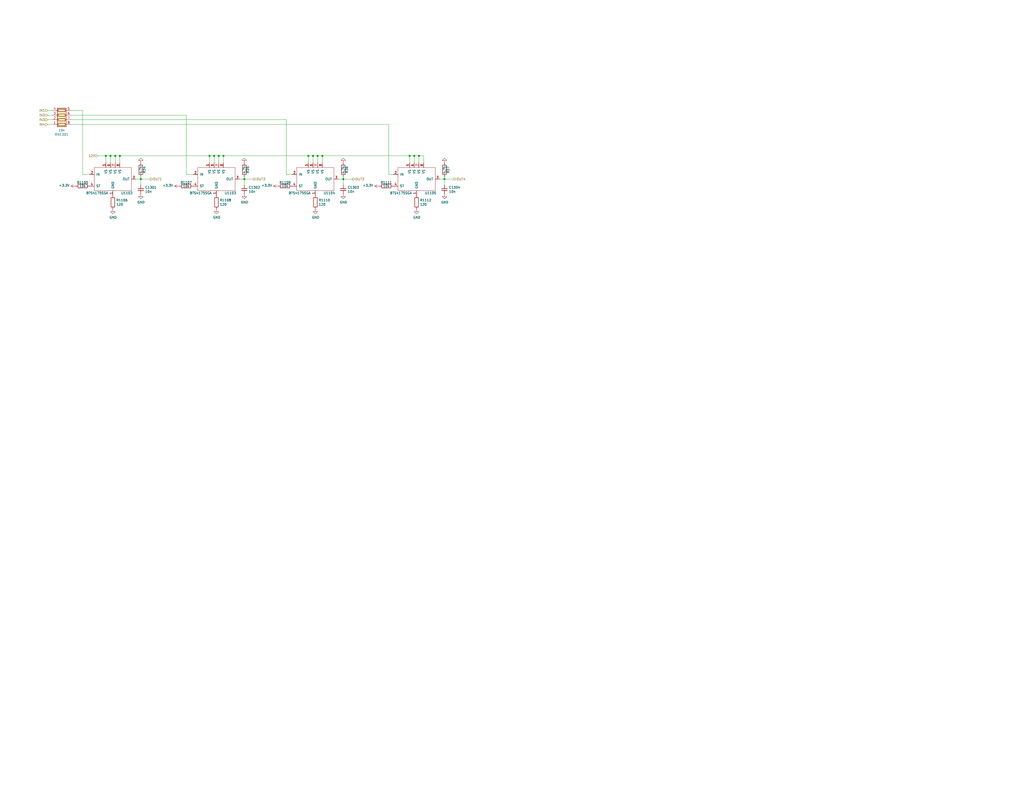
<source format=kicad_sch>
(kicad_sch (version 20211123) (generator eeschema)
  (paper "C")
  (title_block (title "1999 Dodge Dakota Based on rusEFI/proteus") (date "2023-08-12") (rev "V0.1") (company "rusEFI"))
  (lib_symbols
    (symbol "Device:C_Small" (pin_numbers hide) (pin_names (offset 0.254) hide)
      (property "Reference" "C" (at 0.254 1.778 0))
      (property "Value" "C_Small" (at 0.254 -2.032 0))
      (symbol "C_Small_0_1"
        (polyline (pts (xy -1.524 -0.508) (xy 1.524 -0.508)) (stroke (width 0.3302)))
        (polyline (pts (xy -1.524 0.508) (xy 1.524 0.508)) (stroke (width 0.3048)))
      )
      (symbol "C_Small_1_1"
        (pin passive line (at 0 2.54 270) (length 2.032) (name "~") (number "1"))
        (pin passive line (at 0 -2.54 90) (length 2.032) (name "~") (number "2"))
      )
    )
    (symbol "Device:R" (pin_numbers hide) (pin_names (offset 0))
      (property "Reference" "R" (at 2.032 0 90))
      (property "Value" "R" (at 0 0 90))
      (symbol "R_0_1"
        (rectangle (start -1.016 -2.54) (end 1.016 2.54) (stroke (width 0.254)))
      )
      (symbol "R_1_1"
        (pin passive line (at 0 3.81 270) (length 1.27) (name "~") (number "1"))
        (pin passive line (at 0 -3.81 90) (length 1.27) (name "~") (number "2"))
      )
    )
    (symbol "Device:R_Pack04" (pin_names (offset 0) hide)
      (property "Reference" "RN" (at -7.62 0 90))
      (property "Value" "R_Pack04" (at 5.08 0 90))
      (symbol "R_Pack04_0_1"
        (rectangle (start -6.35 -2.413) (end 3.81 2.413) (stroke (width 0.254)) (fill (type background)))
        (rectangle (start -5.715 1.905) (end -4.445 -1.905) (stroke (width 0.254)))
        (rectangle (start -3.175 1.905) (end -1.905 -1.905) (stroke (width 0.254)))
        (rectangle (start -0.635 1.905) (end 0.635 -1.905) (stroke (width 0.254)))
        (polyline (pts (xy -5.08 -2.54) (xy -5.08 -1.905)))
        (polyline (pts (xy -5.08 1.905) (xy -5.08 2.54)))
        (polyline (pts (xy -2.54 -2.54) (xy -2.54 -1.905)))
        (polyline (pts (xy -2.54 1.905) (xy -2.54 2.54)))
        (polyline (pts (xy 0 -2.54) (xy 0 -1.905)))
        (polyline (pts (xy 0 1.905) (xy 0 2.54)))
        (polyline (pts (xy 2.54 -2.54) (xy 2.54 -1.905)))
        (polyline (pts (xy 2.54 1.905) (xy 2.54 2.54)))
        (rectangle (start 1.905 1.905) (end 3.175 -1.905) (stroke (width 0.254)))
      )
      (symbol "R_Pack04_1_1"
        (pin passive line (at -5.08 -5.08 90) (length 2.54) (name "R1.1") (number "1"))
        (pin passive line (at -2.54 -5.08 90) (length 2.54) (name "R2.1") (number "2"))
        (pin passive line (at 0 -5.08 90) (length 2.54) (name "R3.1") (number "3"))
        (pin passive line (at 2.54 -5.08 90) (length 2.54) (name "R4.1") (number "4"))
        (pin passive line (at 2.54 5.08 270) (length 2.54) (name "R4.2") (number "5"))
        (pin passive line (at 0 5.08 270) (length 2.54) (name "R3.2") (number "6"))
        (pin passive line (at -2.54 5.08 270) (length 2.54) (name "R2.2") (number "7"))
        (pin passive line (at -5.08 5.08 270) (length 2.54) (name "R1.2") (number "8"))
      )
    )
    (symbol "bts4175:BTS4175SGA" (pin_names (offset 1.016))
      (property "Reference" "U" (at -6.35 -7.62 0))
      (property "Value" "BTS4175SGA" (at 8.89 -7.62 0))
      (symbol "BTS4175SGA_0_1"
        (polyline (pts (xy -7.62 6.35) (xy 12.7 6.35) (xy 12.7 -6.35) (xy -7.62 -6.35) (xy -7.62 6.35)))
      )
      (symbol "BTS4175SGA_1_1"
        (pin bidirectional line (at 2.54 -8.89 90) (length 2.54) (name "GND") (number "1"))
        (pin input line (at -10.16 2.54 0) (length 2.54) (name "IN") (number "2"))
        (pin power_out line (at 15.24 0 180) (length 2.54) (name "OUT") (number "3"))
        (pin open_collector line (at -10.16 -3.81 0) (length 2.54) (name "ST") (number "4"))
        (pin power_in line (at -1.27 8.89 270) (length 2.54) (name "VS") (number "5"))
        (pin power_in line (at 1.27 8.89 270) (length 2.54) (name "VS") (number "6"))
        (pin power_in line (at 3.81 8.89 270) (length 2.54) (name "VS") (number "7"))
        (pin power_in line (at 6.35 8.89 270) (length 2.54) (name "VS") (number "8"))
      )
    )
    (symbol "power:+3.3V" (power) (pin_names (offset 0))
      (property "Value" "+3.3V" (at 0 3.556 0))
      (symbol "+3.3V_0_1"
        (polyline (pts (xy -0.762 1.27) (xy 0 2.54)))
        (polyline (pts (xy 0 0) (xy 0 2.54)))
        (polyline (pts (xy 0 2.54) (xy 0.762 1.27)))
      )
      (symbol "+3.3V_1_1"
        (pin power_in line (at 0 0 90) (length 0) hide (name "+3.3V") (number "1"))
      )
    )
    (symbol "power:GND" (power) (pin_names (offset 0))
      (property "Value" "GND" (at 0 -3.81 0))
      (symbol "GND_0_1"
        (polyline (pts (xy 0 0) (xy 0 -1.27) (xy 1.27 -1.27) (xy 0 -2.54) (xy -1.27 -1.27) (xy 0 -1.27)))
      )
      (symbol "GND_1_1"
        (pin power_in line (at 0 0 270) (length 0) hide (name "GND") (number "1"))
      )
    )
  )
  (junction (at 242.57 97.79))
  (junction (at 228.6 85.09))
  (junction (at 133.35 97.79))
  (junction (at 60.325 85.09))
  (junction (at 173.355 85.09))
  (junction (at 226.06 85.09))
  (junction (at 76.835 97.79))
  (junction (at 175.895 85.09))
  (junction (at 62.865 85.09))
  (junction (at 168.275 85.09))
  (junction (at 65.405 85.09))
  (junction (at 119.38 85.09))
  (junction (at 114.3 85.09))
  (junction (at 116.84 85.09))
  (junction (at 223.52 85.09))
  (junction (at 121.92 85.09))
  (junction (at 187.325 97.79))
  (junction (at 57.785 85.09))
  (junction (at 170.815 85.09))
  (wire (pts (xy 38.735 67.945) (xy 212.09 67.945)))
  (wire (pts (xy 76.835 97.79) (xy 76.835 100.965)))
  (wire (pts (xy 168.275 88.9) (xy 168.275 85.09)))
  (wire (pts (xy 175.895 85.09) (xy 175.895 88.9)))
  (wire (pts (xy 101.6 62.865) (xy 101.6 95.25)))
  (wire (pts (xy 187.325 97.79) (xy 187.325 100.965)))
  (wire (pts (xy 121.92 85.09) (xy 168.275 85.09)))
  (wire (pts (xy 226.06 88.9) (xy 226.06 85.09)))
  (wire (pts (xy 60.325 88.9) (xy 60.325 85.09)))
  (wire (pts (xy 38.735 62.865) (xy 101.6 62.865)))
  (wire (pts (xy 116.84 85.09) (xy 119.38 85.09)))
  (wire (pts (xy 45.085 60.325) (xy 45.085 95.25)))
  (wire (pts (xy 121.92 85.09) (xy 121.92 88.9)))
  (wire (pts (xy 26.035 62.865) (xy 28.575 62.865)))
  (wire (pts (xy 228.6 85.09) (xy 228.6 88.9)))
  (wire (pts (xy 38.735 65.405) (xy 156.21 65.405)))
  (wire (pts (xy 242.57 97.79) (xy 247.65 97.79)))
  (wire (pts (xy 133.35 96.52) (xy 133.35 97.79)))
  (wire (pts (xy 116.84 88.9) (xy 116.84 85.09)))
  (wire (pts (xy 114.3 88.9) (xy 114.3 85.09)))
  (wire (pts (xy 170.815 85.09) (xy 173.355 85.09)))
  (wire (pts (xy 65.405 85.09) (xy 114.3 85.09)))
  (wire (pts (xy 57.785 88.9) (xy 57.785 85.09)))
  (wire (pts (xy 242.57 96.52) (xy 242.57 97.79)))
  (wire (pts (xy 101.6 95.25) (xy 105.41 95.25)))
  (wire (pts (xy 231.14 85.09) (xy 231.14 88.9)))
  (wire (pts (xy 173.355 85.09) (xy 175.895 85.09)))
  (wire (pts (xy 76.835 96.52) (xy 76.835 97.79)))
  (wire (pts (xy 76.835 97.79) (xy 81.915 97.79)))
  (wire (pts (xy 130.81 97.79) (xy 133.35 97.79)))
  (wire (pts (xy 62.865 85.09) (xy 62.865 88.9)))
  (wire (pts (xy 65.405 85.09) (xy 65.405 88.9)))
  (wire (pts (xy 45.085 95.25) (xy 48.895 95.25)))
  (wire (pts (xy 242.57 97.79) (xy 242.57 100.965)))
  (wire (pts (xy 62.865 85.09) (xy 65.405 85.09)))
  (wire (pts (xy 119.38 85.09) (xy 121.92 85.09)))
  (wire (pts (xy 26.035 67.945) (xy 28.575 67.945)))
  (wire (pts (xy 119.38 85.09) (xy 119.38 88.9)))
  (wire (pts (xy 28.575 65.405) (xy 26.035 65.405)))
  (wire (pts (xy 173.355 85.09) (xy 173.355 88.9)))
  (wire (pts (xy 133.35 97.79) (xy 133.35 100.965)))
  (wire (pts (xy 212.09 67.945) (xy 212.09 95.25)))
  (wire (pts (xy 228.6 85.09) (xy 231.14 85.09)))
  (wire (pts (xy 133.35 97.79) (xy 138.43 97.79)))
  (wire (pts (xy 168.275 85.09) (xy 170.815 85.09)))
  (wire (pts (xy 223.52 88.9) (xy 223.52 85.09)))
  (wire (pts (xy 156.21 65.405) (xy 156.21 95.25)))
  (wire (pts (xy 175.895 85.09) (xy 223.52 85.09)))
  (wire (pts (xy 53.34 85.09) (xy 57.785 85.09)))
  (wire (pts (xy 114.3 85.09) (xy 116.84 85.09)))
  (wire (pts (xy 38.735 60.325) (xy 45.085 60.325)))
  (wire (pts (xy 60.325 85.09) (xy 62.865 85.09)))
  (wire (pts (xy 156.21 95.25) (xy 159.385 95.25)))
  (wire (pts (xy 240.03 97.79) (xy 242.57 97.79)))
  (wire (pts (xy 212.09 95.25) (xy 214.63 95.25)))
  (wire (pts (xy 226.06 85.09) (xy 228.6 85.09)))
  (wire (pts (xy 184.785 97.79) (xy 187.325 97.79)))
  (wire (pts (xy 170.815 88.9) (xy 170.815 85.09)))
  (wire (pts (xy 187.325 96.52) (xy 187.325 97.79)))
  (wire (pts (xy 57.785 85.09) (xy 60.325 85.09)))
  (wire (pts (xy 187.325 97.79) (xy 192.405 97.79)))
  (wire (pts (xy 28.575 60.325) (xy 26.035 60.325)))
  (wire (pts (xy 74.295 97.79) (xy 76.835 97.79)))
  (wire (pts (xy 223.52 85.09) (xy 226.06 85.09)))
  (hierarchical_label "IN1" (shape input) (at 26.035 60.325 180))
  (hierarchical_label "12V" (shape input) (at 53.34 85.09 180))
  (hierarchical_label "OUT1" (shape output) (at 81.915 97.79 0))
  (hierarchical_label "IN3" (shape input) (at 26.035 65.405 180))
  (hierarchical_label "OUT3" (shape output) (at 192.405 97.79 0))
  (hierarchical_label "IN4" (shape input) (at 26.035 67.945 180))
  (hierarchical_label "OUT2" (shape output) (at 138.43 97.79 0))
  (hierarchical_label "IN2" (shape input) (at 26.035 62.865 180))
  (hierarchical_label "OUT4" (shape output) (at 247.65 97.79 0))
  (symbol (lib_id "Device:R_Pack04") (at 33.655 62.865 270) (mirror x) (unit 1)
    (property "Reference" "RN1301" (at 33.655 73.4568 90))
    (property "Value" "10k" (at 33.655 71.1454 90))
    (property "Footprint" "Resistor_SMD:R_Array_Convex_4x0603" (effects hide))
    (property "PN" "CAT16-1002F4LF" (effects hide))
    (property "LCSC" "C29718" (effects hide))
    (property "LCSC_ext" "0" (effects hide))
  )
  (symbol (lib_id "Device:C_Small") (at 242.57 103.505 0) (unit 1)
    (property "Reference" "C1304" (at 244.9068 102.3366 0) (effects (justify left)))
    (property "Value" "10n" (at 244.9068 104.648 0) (effects (justify left)))
    (property "Footprint" "Capacitor_SMD:C_0603_1608Metric" (effects hide))
    (property "LCSC" "C57112" (effects hide))
    (property "LCSC_ext" "0" (effects hide))
  )
  (symbol (lib_id "Device:C_Small") (at 76.835 103.505 0) (unit 1)
    (property "Reference" "C1301" (at 79.1718 102.3366 0) (effects (justify left)))
    (property "Value" "10n" (at 79.1718 104.648 0) (effects (justify left)))
    (property "Footprint" "Capacitor_SMD:C_0603_1608Metric" (effects hide))
    (property "LCSC" "C57112" (effects hide))
    (property "LCSC_ext" "0" (effects hide))
  )
  (symbol (lib_id "Device:C_Small") (at 133.35 103.505 0) (unit 1)
    (property "Reference" "C1302" (at 135.6868 102.3366 0) (effects (justify left)))
    (property "Value" "10n" (at 135.6868 104.648 0) (effects (justify left)))
    (property "Footprint" "Capacitor_SMD:C_0603_1608Metric" (effects hide))
    (property "LCSC" "C57112" (effects hide))
    (property "LCSC_ext" "0" (effects hide))
  )
  (symbol (lib_id "Device:C_Small") (at 187.325 103.505 0) (unit 1)
    (property "Reference" "C1303" (at 189.6618 102.3366 0) (effects (justify left)))
    (property "Value" "10n" (at 189.6618 104.648 0) (effects (justify left)))
    (property "Footprint" "Capacitor_SMD:C_0603_1608Metric" (effects hide))
    (property "LCSC" "C57112" (effects hide))
    (property "LCSC_ext" "0" (effects hide))
  )
  (symbol (lib_id "bts4175:BTS4175SGA") (at 59.055 97.79 0) (unit 1)
    (property "Reference" "U1102" (at 66.04 105.41 0) (effects (justify left)))
    (property "Value" "BTS4175SGA" (at 46.99 105.41 0) (effects (justify left)))
    (property "Footprint" "Package_SO:SOIC-8_3.9x4.9mm_P1.27mm" (effects hide))
    (property "LCSC" "C152451" (effects hide))
    (property "LCSC_ext" "1" (effects hide))
    (property "PN" "BTS4175" (effects hide))
    (property "possible_not_ext" "1" (effects hide))
  )
  (symbol (lib_id "power:GND") (at 61.595 114.3 0) (unit 1)
    (property "Reference" "#PWR0291" (effects hide))
    (property "Value" "GND" (at 61.722 118.6942 0))
  )
  (symbol (lib_id "power:GND") (at 76.835 106.045 0) (unit 1)
    (property "Reference" "#PWR0292" (effects hide))
    (property "Value" "GND" (at 76.962 110.4392 0))
  )
  (symbol (lib_id "Device:R") (at 61.595 110.49 0) (unit 1)
    (property "Reference" "R1106" (at 63.373 109.3216 0) (effects (justify left)))
    (property "Value" "120" (at 63.373 111.633 0) (effects (justify left)))
    (property "Footprint" "Resistor_SMD:R_0603_1608Metric" (effects hide))
    (property "LCSC" "C22787" (effects hide))
    (property "LCSC_ext" "0" (effects hide))
  )
  (symbol (lib_id "Device:R") (at 45.085 101.6 270) (unit 1)
    (property "Reference" "R1105" (at 45.085 99.695 90))
    (property "Value" "10k" (at 45.085 101.6 90))
    (property "Footprint" "Resistor_SMD:R_0402_1005Metric" (effects hide))
    (property "LCSC" "C25744" (effects hide))
    (property "LCSC_ext" "0" (effects hide))
  )
  (symbol (lib_id "power:+3.3V") (at 41.275 101.6 90) (unit 1)
    (property "Reference" "#PWR0293" (effects hide))
    (property "Value" "+3.3V" (at 38.0238 101.219 90) (effects (justify left)))
  )
  (symbol (lib_id "bts4175:BTS4175SGA") (at 115.57 97.79 0) (unit 1)
    (property "Reference" "U1103" (at 122.555 105.41 0) (effects (justify left)))
    (property "Value" "BTS4175SGA" (at 103.505 105.41 0) (effects (justify left)))
    (property "Footprint" "Package_SO:SOIC-8_3.9x4.9mm_P1.27mm" (effects hide))
    (property "LCSC" "C152451" (effects hide))
    (property "LCSC_ext" "1" (effects hide))
    (property "PN" "BTS4175" (effects hide))
    (property "possible_not_ext" "1" (effects hide))
  )
  (symbol (lib_id "power:GND") (at 118.11 114.3 0) (unit 1)
    (property "Reference" "#PWR0294" (effects hide))
    (property "Value" "GND" (at 118.237 118.6942 0))
  )
  (symbol (lib_id "power:GND") (at 133.35 106.045 0) (unit 1)
    (property "Reference" "#PWR0295" (effects hide))
    (property "Value" "GND" (at 133.477 110.4392 0))
  )
  (symbol (lib_id "Device:R") (at 118.11 110.49 0) (unit 1)
    (property "Reference" "R1108" (at 119.888 109.3216 0) (effects (justify left)))
    (property "Value" "120" (at 119.888 111.633 0) (effects (justify left)))
    (property "Footprint" "Resistor_SMD:R_0603_1608Metric" (effects hide))
    (property "LCSC" "C22787" (effects hide))
    (property "LCSC_ext" "0" (effects hide))
  )
  (symbol (lib_id "Device:R") (at 101.6 101.6 270) (unit 1)
    (property "Reference" "R1107" (at 101.6 99.695 90))
    (property "Value" "10k" (at 101.6 101.6 90))
    (property "Footprint" "Resistor_SMD:R_0402_1005Metric" (effects hide))
    (property "LCSC" "C25744" (effects hide))
    (property "LCSC_ext" "0" (effects hide))
  )
  (symbol (lib_id "power:+3.3V") (at 97.79 101.6 90) (unit 1)
    (property "Reference" "#PWR0296" (effects hide))
    (property "Value" "+3.3V" (at 94.5388 101.219 90) (effects (justify left)))
  )
  (symbol (lib_id "bts4175:BTS4175SGA") (at 169.545 97.79 0) (unit 1)
    (property "Reference" "U1104" (at 176.53 105.41 0) (effects (justify left)))
    (property "Value" "BTS4175SGA" (at 157.48 105.41 0) (effects (justify left)))
    (property "Footprint" "Package_SO:SOIC-8_3.9x4.9mm_P1.27mm" (effects hide))
    (property "LCSC" "C152451" (effects hide))
    (property "LCSC_ext" "1" (effects hide))
    (property "PN" "BTS4175" (effects hide))
    (property "possible_not_ext" "1" (effects hide))
  )
  (symbol (lib_id "power:GND") (at 172.085 114.3 0) (unit 1)
    (property "Reference" "#PWR0297" (effects hide))
    (property "Value" "GND" (at 172.212 118.6942 0))
  )
  (symbol (lib_id "power:GND") (at 187.325 106.045 0) (unit 1)
    (property "Reference" "#PWR0298" (effects hide))
    (property "Value" "GND" (at 187.452 110.4392 0))
  )
  (symbol (lib_id "Device:R") (at 172.085 110.49 0) (unit 1)
    (property "Reference" "R1110" (at 173.863 109.3216 0) (effects (justify left)))
    (property "Value" "120" (at 173.863 111.633 0) (effects (justify left)))
    (property "Footprint" "Resistor_SMD:R_0603_1608Metric" (effects hide))
    (property "LCSC" "C22787" (effects hide))
    (property "LCSC_ext" "0" (effects hide))
  )
  (symbol (lib_id "Device:R") (at 155.575 101.6 270) (unit 1)
    (property "Reference" "R1109" (at 155.575 99.695 90))
    (property "Value" "10k" (at 155.575 101.6 90))
    (property "Footprint" "Resistor_SMD:R_0402_1005Metric" (effects hide))
    (property "LCSC" "C25744" (effects hide))
    (property "LCSC_ext" "0" (effects hide))
  )
  (symbol (lib_id "power:+3.3V") (at 151.765 101.6 90) (unit 1)
    (property "Reference" "#PWR0299" (effects hide))
    (property "Value" "+3.3V" (at 148.5138 101.219 90) (effects (justify left)))
  )
  (symbol (lib_id "bts4175:BTS4175SGA") (at 224.79 97.79 0) (unit 1)
    (property "Reference" "U1105" (at 231.775 105.41 0) (effects (justify left)))
    (property "Value" "BTS4175SGA" (at 212.725 105.41 0) (effects (justify left)))
    (property "Footprint" "Package_SO:SOIC-8_3.9x4.9mm_P1.27mm" (effects hide))
    (property "LCSC" "C152451" (effects hide))
    (property "LCSC_ext" "1" (effects hide))
    (property "PN" "BTS4175" (effects hide))
    (property "possible_not_ext" "1" (effects hide))
  )
  (symbol (lib_id "power:GND") (at 227.33 114.3 0) (unit 1)
    (property "Reference" "#PWR0300" (effects hide))
    (property "Value" "GND" (at 227.457 118.6942 0))
  )
  (symbol (lib_id "power:GND") (at 242.57 106.045 0) (unit 1)
    (property "Reference" "#PWR0301" (effects hide))
    (property "Value" "GND" (at 242.697 110.4392 0))
  )
  (symbol (lib_id "Device:R") (at 227.33 110.49 0) (unit 1)
    (property "Reference" "R1112" (at 229.108 109.3216 0) (effects (justify left)))
    (property "Value" "120" (at 229.108 111.633 0) (effects (justify left)))
    (property "Footprint" "Resistor_SMD:R_0603_1608Metric" (effects hide))
    (property "LCSC" "C22787" (effects hide))
    (property "LCSC_ext" "0" (effects hide))
  )
  (symbol (lib_id "Device:R") (at 210.82 101.6 270) (unit 1)
    (property "Reference" "R1111" (at 210.82 99.695 90))
    (property "Value" "10k" (at 210.82 101.6 90))
    (property "Footprint" "Resistor_SMD:R_0402_1005Metric" (effects hide))
    (property "LCSC" "C25744" (effects hide))
    (property "LCSC_ext" "0" (effects hide))
  )
  (symbol (lib_id "power:+3.3V") (at 207.01 101.6 90) (unit 1)
    (property "Reference" "#PWR0302" (effects hide))
    (property "Value" "+3.3V" (at 203.7588 101.219 90) (effects (justify left)))
  )
  (symbol (lib_id "Device:R") (at 76.835 92.71 180) (unit 1)
    (property "Reference" "R34" (at 78.74 92.71 90))
    (property "Value" "4.7k" (at 76.835 92.71 90))
    (property "Footprint" "Resistor_SMD:R_0805_2012Metric" (effects hide))
    (property "LCSC" "C17673" (effects hide))
    (property "LCSC_ext" "0" (effects hide))
  )
  (symbol (lib_id "power:GND") (at 76.835 88.9 180) (unit 1)
    (property "Reference" "#PWR0120" (effects hide))
    (property "Value" "GND" (effects hide))
  )
  (symbol (lib_id "Device:R") (at 133.35 92.71 180) (unit 1)
    (property "Reference" "R35" (at 135.255 92.71 90))
    (property "Value" "4.7k" (at 133.35 92.71 90))
    (property "Footprint" "Resistor_SMD:R_0805_2012Metric" (effects hide))
    (property "LCSC" "C17673" (effects hide))
    (property "LCSC_ext" "0" (effects hide))
  )
  (symbol (lib_id "power:GND") (at 133.35 88.9 180) (unit 1)
    (property "Reference" "#PWR0121" (effects hide))
    (property "Value" "GND" (effects hide))
  )
  (symbol (lib_id "Device:R") (at 187.325 92.71 180) (unit 1)
    (property "Reference" "R36" (at 189.23 92.71 90))
    (property "Value" "4.7k" (at 187.325 92.71 90))
    (property "Footprint" "Resistor_SMD:R_0805_2012Metric" (effects hide))
    (property "LCSC" "C17673" (effects hide))
    (property "LCSC_ext" "0" (effects hide))
  )
  (symbol (lib_id "power:GND") (at 187.325 88.9 180) (unit 1)
    (property "Reference" "#PWR0123" (effects hide))
    (property "Value" "GND" (effects hide))
  )
  (symbol (lib_id "Device:R") (at 242.57 92.71 180) (unit 1)
    (property "Reference" "R37" (at 244.475 92.71 90))
    (property "Value" "4.7k" (at 242.57 92.71 90))
    (property "Footprint" "Resistor_SMD:R_0805_2012Metric" (effects hide))
    (property "LCSC" "C17673" (effects hide))
    (property "LCSC_ext" "0" (effects hide))
  )
  (symbol (lib_id "power:GND") (at 242.57 88.9 180) (unit 1)
    (property "Reference" "#PWR0282" (effects hide))
    (property "Value" "GND" (effects hide))
  )
)
</source>
